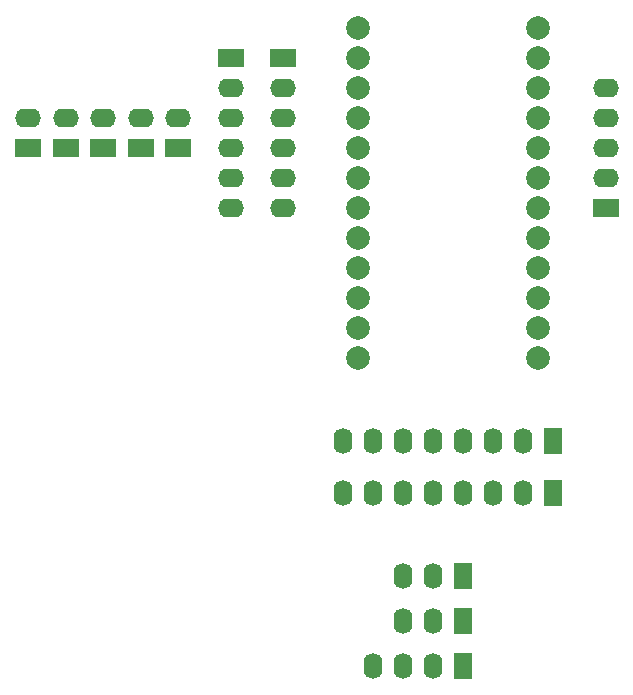
<source format=gbr>
G04 --- HEADER BEGIN --- *
G04 #@! TF.GenerationSoftware,LibrePCB,LibrePCB,0.1.7*
G04 #@! TF.CreationDate,2023-06-03T19:29:22*
G04 #@! TF.ProjectId,THQRightThrottle,1801acc5-9244-403a-a77d-ebbcc31c52c0,v1*
G04 #@! TF.Part,Single*
G04 #@! TF.SameCoordinates*
G04 #@! TF.FileFunction,Copper,L2,Bot*
G04 #@! TF.FilePolarity,Positive*
%FSLAX66Y66*%
%MOMM*%
G01*
G75*
G04 --- HEADER END --- *
G04 --- APERTURE LIST BEGIN --- *
G04 #@! TA.AperFunction,ComponentPad*
%ADD10R,2.19X1.587*%
%ADD11O,2.19X1.587*%
%ADD12O,1.587X2.19*%
%ADD13R,1.587X2.19*%
%ADD14C,2.0*%
G04 #@! TD*
G04 --- APERTURE LIST END --- *
G04 --- BOARD BEGIN --- *
D10*
G04 #@! TO.N,N9*
G04 #@! TO.C,J_HAT*
G04 #@! TO.P,J_HAT,1,1*
X-13970000Y8255000D03*
D11*
G04 #@! TO.N,N20*
G04 #@! TO.P,J_HAT,3,3*
X-13970000Y3175000D03*
G04 #@! TO.N,N8*
G04 #@! TO.P,J_HAT,6,6*
X-13970000Y-4445000D03*
G04 #@! TO.N,N6*
G04 #@! TO.P,J_HAT,4,4*
X-13970000Y635000D03*
G04 #@! TO.N,N2*
G04 #@! TO.P,J_HAT,2,2*
X-13970000Y5715000D03*
G04 #@! TO.N,N7*
G04 #@! TO.P,J_HAT,5,5*
X-13970000Y-1905000D03*
D12*
G04 #@! TO.N,N26*
G04 #@! TO.C,J_2WAY2*
G04 #@! TO.P,J_2WAY2,3,3*
X-3810000Y-35560000D03*
D13*
G04 #@! TO.N,N22*
G04 #@! TO.P,J_2WAY2,1,1*
X1270000Y-35560000D03*
D12*
G04 #@! TO.N,N25*
G04 #@! TO.P,J_2WAY2,2,2*
X-1270000Y-35560000D03*
D11*
G04 #@! TO.N,N4*
G04 #@! TO.C,J_TDC*
G04 #@! TO.P,J_TDC,2,2*
X13335000Y-1905000D03*
G04 #@! TO.N,N20*
G04 #@! TO.P,J_TDC,5,5*
X13335000Y5715000D03*
G04 #@! TO.N,N5*
G04 #@! TO.P,J_TDC,3,3*
X13335000Y635000D03*
D10*
G04 #@! TO.N,N1*
G04 #@! TO.P,J_TDC,1,1*
X13335000Y-4445000D03*
D11*
G04 #@! TO.N,N10*
G04 #@! TO.P,J_TDC,4,4*
X13335000Y3175000D03*
D12*
G04 #@! TO.N,N28*
G04 #@! TO.C,J_3WAY*
G04 #@! TO.P,J_3WAY,3,3*
X-3810000Y-43180000D03*
G04 #@! TO.N,N27*
G04 #@! TO.P,J_3WAY,2,2*
X-1270000Y-43180000D03*
G04 #@! TO.N,N29*
G04 #@! TO.P,J_3WAY,4,4*
X-6350000Y-43180000D03*
D13*
G04 #@! TO.N,N22*
G04 #@! TO.P,J_3WAY,1,1*
X1270000Y-43180000D03*
D11*
G04 #@! TO.N,N18*
G04 #@! TO.C,J_PUSH*
G04 #@! TO.P,J_PUSH,2,2*
X-35560000Y3175000D03*
D10*
G04 #@! TO.N,N17*
G04 #@! TO.P,J_PUSH,1,1*
X-35560000Y635000D03*
D11*
G04 #@! TO.N,N18*
G04 #@! TO.C,J_DOWN*
G04 #@! TO.P,J_DOWN,2,2*
X-29210000Y3175000D03*
D10*
G04 #@! TO.N,N30*
G04 #@! TO.P,J_DOWN,1,1*
X-29210000Y635000D03*
D11*
G04 #@! TO.N,N18*
G04 #@! TO.C,J_LEFT*
G04 #@! TO.P,J_LEFT,2,2*
X-22860000Y3175000D03*
D10*
G04 #@! TO.N,N31*
G04 #@! TO.P,J_LEFT,1,1*
X-22860000Y635000D03*
D14*
G04 #@! TO.N,N4*
G04 #@! TO.C,U_PRO_MICRO*
G04 #@! TO.P,U_PRO_MICRO,A0,A0*
X7620000Y-6985000D03*
G04 #@! TO.N,N8*
G04 #@! TO.P,U_PRO_MICRO,D4,D4*
X-7620000Y-4445000D03*
G04 #@! TO.N,N/C*
G04 #@! TO.P,U_PRO_MICRO,RST,RESET*
X7620000Y5715000D03*
G04 #@! TO.N,N2*
G04 #@! TO.P,U_PRO_MICRO,D0,RX/D0*
X-7620000Y8255000D03*
G04 #@! TO.N,N/C*
G04 #@! TO.P,U_PRO_MICRO,RAW,RAW*
X7620000Y10795000D03*
G04 #@! TO.P,U_PRO_MICRO,D5,D5*
X-7620000Y-6985000D03*
G04 #@! TO.N,N13*
G04 #@! TO.P,U_PRO_MICRO,D6,D6*
X-7620000Y-9525000D03*
G04 #@! TO.N,N5*
G04 #@! TO.P,U_PRO_MICRO,A1,A1*
X7620000Y-4445000D03*
G04 #@! TO.N,N20*
G04 #@! TO.P,U_PRO_MICRO,GND2,GND*
X-7620000Y3175000D03*
G04 #@! TO.N,N16*
G04 #@! TO.P,U_PRO_MICRO,D10,D10*
X7620000Y-17145000D03*
G04 #@! TO.N,N20*
G04 #@! TO.P,U_PRO_MICRO,GND1,GND*
X-7620000Y5715000D03*
G04 #@! TO.N,N14*
G04 #@! TO.P,U_PRO_MICRO,D14,MISO/D14*
X7620000Y-12065000D03*
G04 #@! TO.N,N11*
G04 #@! TO.P,U_PRO_MICRO,D8,D8*
X-7620000Y-14605000D03*
G04 #@! TO.N,N15*
G04 #@! TO.P,U_PRO_MICRO,D16,MOSI/D16*
X7620000Y-14605000D03*
G04 #@! TO.N,N7*
G04 #@! TO.P,U_PRO_MICRO,D3,D3*
X-7620000Y-1905000D03*
G04 #@! TO.N,N12*
G04 #@! TO.P,U_PRO_MICRO,D7,D7*
X-7620000Y-12065000D03*
G04 #@! TO.N,N3*
G04 #@! TO.P,U_PRO_MICRO,D9,D9*
X-7620000Y-17145000D03*
G04 #@! TO.N,N6*
G04 #@! TO.P,U_PRO_MICRO,D2,D2*
X-7620000Y635000D03*
G04 #@! TO.N,N20*
G04 #@! TO.P,U_PRO_MICRO,GND3,GND*
X7620000Y8255000D03*
G04 #@! TO.N,N/C*
G04 #@! TO.P,U_PRO_MICRO,A3,A3*
X7620000Y635000D03*
G04 #@! TO.N,N1*
G04 #@! TO.P,U_PRO_MICRO,D15,SCLK/D15*
X7620000Y-9525000D03*
G04 #@! TO.N,N/C*
G04 #@! TO.P,U_PRO_MICRO,A2,A2*
X7620000Y-1905000D03*
G04 #@! TO.N,N9*
G04 #@! TO.P,U_PRO_MICRO,D1,TX/D1*
X-7620000Y10795000D03*
G04 #@! TO.N,N10*
G04 #@! TO.P,U_PRO_MICRO,VCC,VCC*
X7620000Y3175000D03*
D12*
G04 #@! TO.N,N23*
G04 #@! TO.C,J_2WAY1*
G04 #@! TO.P,J_2WAY1,3,3*
X-3810000Y-39370000D03*
D13*
G04 #@! TO.N,N22*
G04 #@! TO.P,J_2WAY1,1,1*
X1270000Y-39370000D03*
D12*
G04 #@! TO.N,N24*
G04 #@! TO.P,J_2WAY1,2,2*
X-1270000Y-39370000D03*
D11*
G04 #@! TO.N,N18*
G04 #@! TO.C,J_RIGHT*
G04 #@! TO.P,J_RIGHT,2,2*
X-26035000Y3175000D03*
D10*
G04 #@! TO.N,N19*
G04 #@! TO.P,J_RIGHT,1,1*
X-26035000Y635000D03*
D11*
G04 #@! TO.N,N18*
G04 #@! TO.C,J_UP*
G04 #@! TO.P,J_UP,2,2*
X-32385000Y3175000D03*
D10*
G04 #@! TO.N,N32*
G04 #@! TO.P,J_UP,1,1*
X-32385000Y635000D03*
D12*
G04 #@! TO.N,N26*
G04 #@! TO.C,J_SWITCHES2*
G04 #@! TO.P,J_SWITCHES2,6,6*
X-3810000Y-28575000D03*
G04 #@! TO.N,N22*
G04 #@! TO.P,J_SWITCHES2,4,4*
X1270000Y-28575000D03*
G04 #@! TO.N,N27*
G04 #@! TO.P,J_SWITCHES2,3,3*
X3810000Y-28575000D03*
G04 #@! TO.N,N23*
G04 #@! TO.P,J_SWITCHES2,8,8*
X-8890000Y-28575000D03*
D13*
G04 #@! TO.N,N29*
G04 #@! TO.P,J_SWITCHES2,1,1*
X8890000Y-28575000D03*
D12*
G04 #@! TO.N,N28*
G04 #@! TO.P,J_SWITCHES2,2,2*
X6350000Y-28575000D03*
G04 #@! TO.N,N25*
G04 #@! TO.P,J_SWITCHES2,5,5*
X-1270000Y-28575000D03*
G04 #@! TO.N,N24*
G04 #@! TO.P,J_SWITCHES2,7,7*
X-6350000Y-28575000D03*
G04 #@! TO.N,N12*
G04 #@! TO.C,J_SWITCHES*
G04 #@! TO.P,J_SWITCHES,6,6*
X-3810000Y-24130000D03*
G04 #@! TO.N,N20*
G04 #@! TO.P,J_SWITCHES,4,4*
X1270000Y-24130000D03*
G04 #@! TO.N,N14*
G04 #@! TO.P,J_SWITCHES,3,3*
X3810000Y-24130000D03*
G04 #@! TO.N,N3*
G04 #@! TO.P,J_SWITCHES,8,8*
X-8890000Y-24130000D03*
D13*
G04 #@! TO.N,N16*
G04 #@! TO.P,J_SWITCHES,1,1*
X8890000Y-24130000D03*
D12*
G04 #@! TO.N,N15*
G04 #@! TO.P,J_SWITCHES,2,2*
X6350000Y-24130000D03*
G04 #@! TO.N,N13*
G04 #@! TO.P,J_SWITCHES,5,5*
X-1270000Y-24130000D03*
G04 #@! TO.N,N11*
G04 #@! TO.P,J_SWITCHES,7,7*
X-6350000Y-24130000D03*
D10*
G04 #@! TO.N,N32*
G04 #@! TO.C,J_HAT2*
G04 #@! TO.P,J_HAT2,1,1*
X-18415000Y8255000D03*
D11*
G04 #@! TO.N,N18*
G04 #@! TO.P,J_HAT2,3,3*
X-18415000Y3175000D03*
G04 #@! TO.N,N30*
G04 #@! TO.P,J_HAT2,6,6*
X-18415000Y-4445000D03*
G04 #@! TO.N,N31*
G04 #@! TO.P,J_HAT2,4,4*
X-18415000Y635000D03*
G04 #@! TO.N,N17*
G04 #@! TO.P,J_HAT2,2,2*
X-18415000Y5715000D03*
G04 #@! TO.N,N19*
G04 #@! TO.P,J_HAT2,5,5*
X-18415000Y-1905000D03*
G04 --- BOARD END --- *
G04 #@! TF.MD5,9c557caf771acd582e35f9aa251b3a10*
M02*

</source>
